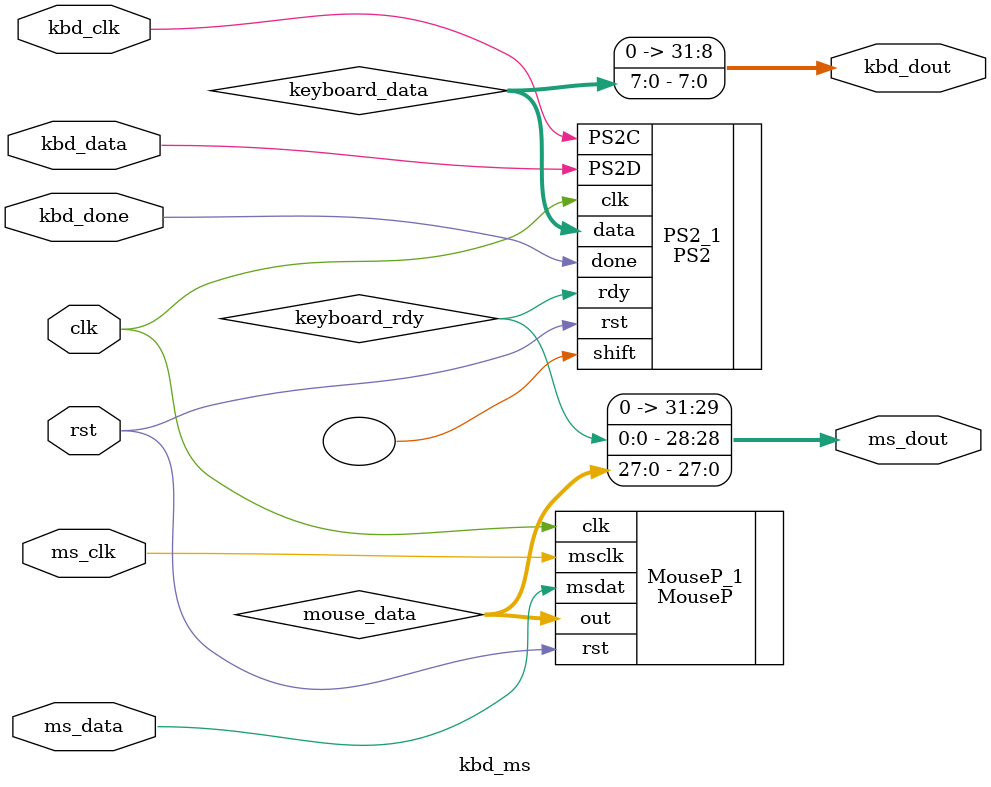
<source format=v>


`timescale 1ns/1ps
`default_nettype none


module kbd_ms(clk, rst,
              kbd_done,
              kbd_dout,
              ms_dout,
              kbd_clk, kbd_data,
              ms_clk, ms_data);
    // internal interface
    input clk;
    input rst;
    input kbd_done;
    output [31:0] kbd_dout;
    output [31:0] ms_dout;
    // external interface
    input kbd_clk;
    input kbd_data;
    inout ms_clk;
    inout ms_data;

  wire keyboard_rdy;
  wire [7:0] keyboard_data;
  wire [27:0] mouse_data;

  PS2 PS2_1(
    .clk(clk),
    .rst(rst),
    .done(kbd_done),
    .rdy(keyboard_rdy),
    .shift(),  // not connected
    .data(keyboard_data[7:0]),
    .PS2C(kbd_clk),
    .PS2D(kbd_data)
  );

  MouseP MouseP_1(
    .clk(clk),
    .rst(rst),
    .out(mouse_data[27:0]),
    .msclk(ms_clk),
    .msdat(ms_data)
  );

  assign kbd_dout[31:0] = { 24'b0, keyboard_data[7:0] };
  assign ms_dout[31:0] = { 3'b0, keyboard_rdy, mouse_data[27:0] };

endmodule

</source>
